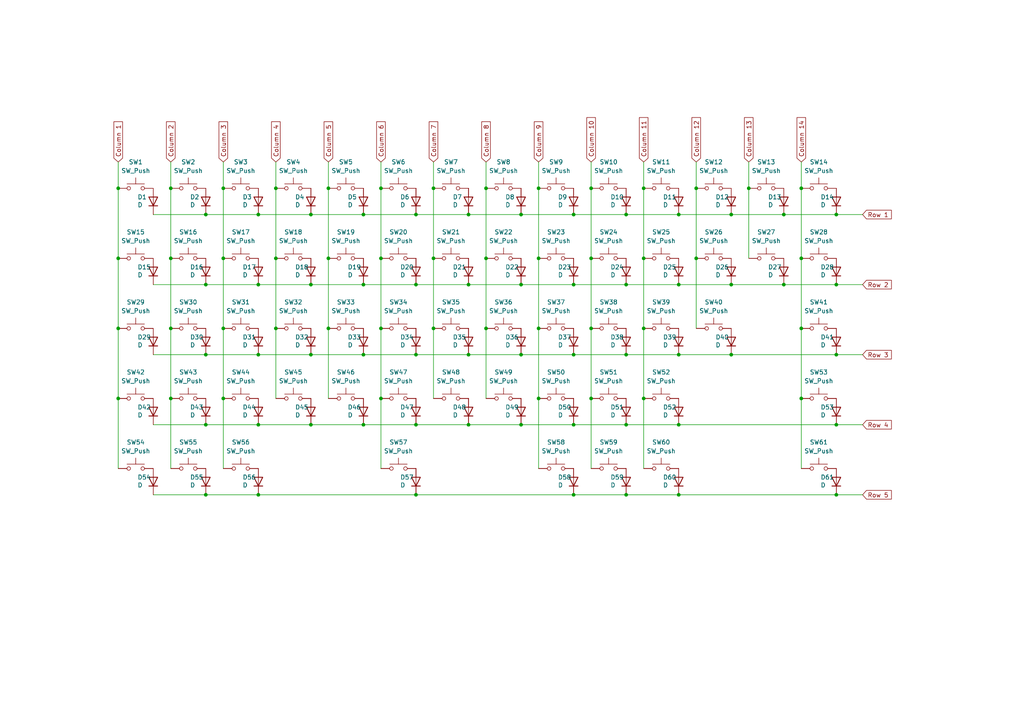
<source format=kicad_sch>
(kicad_sch (version 20250114) (generator "eeschema") (generator_version "9.0")
  (paper "A4")
  (junction (at 196.85 123.19))
  (junction (at 49.53 115.57))
  (junction (at 135.89 62.23))
  (junction (at 34.29 74.93))
  (junction (at 59.69 143.51))
  (junction (at 110.49 54.61))
  (junction (at 120.65 143.51))
  (junction (at 186.69 74.93))
  (junction (at 212.09 102.87))
  (junction (at 171.45 95.25))
  (junction (at 242.57 62.23))
  (junction (at 186.69 54.61))
  (junction (at 80.01 54.61))
  (junction (at 74.93 123.19))
  (junction (at 59.69 102.87))
  (junction (at 34.29 54.61))
  (junction (at 196.85 62.23))
  (junction (at 59.69 82.55))
  (junction (at 105.41 123.19))
  (junction (at 95.25 95.25))
  (junction (at 242.57 143.51))
  (junction (at 120.65 62.23))
  (junction (at 242.57 82.55))
  (junction (at 95.25 54.61))
  (junction (at 110.49 95.25))
  (junction (at 110.49 74.93))
  (junction (at 135.89 123.19))
  (junction (at 80.01 95.25))
  (junction (at 74.93 143.51))
  (junction (at 120.65 82.55))
  (junction (at 125.73 54.61))
  (junction (at 181.61 62.23))
  (junction (at 64.77 74.93))
  (junction (at 125.73 74.93))
  (junction (at 120.65 102.87))
  (junction (at 110.49 115.57))
  (junction (at 90.17 62.23))
  (junction (at 151.13 62.23))
  (junction (at 181.61 82.55))
  (junction (at 151.13 102.87))
  (junction (at 156.21 95.25))
  (junction (at 166.37 82.55))
  (junction (at 201.93 74.93))
  (junction (at 232.41 54.61))
  (junction (at 181.61 102.87))
  (junction (at 34.29 95.25))
  (junction (at 80.01 74.93))
  (junction (at 135.89 82.55))
  (junction (at 242.57 123.19))
  (junction (at 59.69 123.19))
  (junction (at 227.33 62.23))
  (junction (at 181.61 123.19))
  (junction (at 105.41 102.87))
  (junction (at 242.57 102.87))
  (junction (at 120.65 123.19))
  (junction (at 59.69 62.23))
  (junction (at 95.25 74.93))
  (junction (at 181.61 143.51))
  (junction (at 171.45 115.57))
  (junction (at 186.69 95.25))
  (junction (at 201.93 54.61))
  (junction (at 171.45 74.93))
  (junction (at 64.77 115.57))
  (junction (at 156.21 115.57))
  (junction (at 232.41 74.93))
  (junction (at 166.37 62.23))
  (junction (at 90.17 102.87))
  (junction (at 34.29 115.57))
  (junction (at 64.77 54.61))
  (junction (at 186.69 115.57))
  (junction (at 156.21 74.93))
  (junction (at 74.93 62.23))
  (junction (at 166.37 123.19))
  (junction (at 135.89 102.87))
  (junction (at 232.41 95.25))
  (junction (at 171.45 54.61))
  (junction (at 49.53 95.25))
  (junction (at 166.37 102.87))
  (junction (at 140.97 74.93))
  (junction (at 140.97 95.25))
  (junction (at 212.09 82.55))
  (junction (at 166.37 143.51))
  (junction (at 74.93 82.55))
  (junction (at 196.85 143.51))
  (junction (at 105.41 62.23))
  (junction (at 217.17 54.61))
  (junction (at 232.41 115.57))
  (junction (at 227.33 82.55))
  (junction (at 140.97 54.61))
  (junction (at 156.21 54.61))
  (junction (at 212.09 62.23))
  (junction (at 49.53 54.61))
  (junction (at 151.13 123.19))
  (junction (at 90.17 123.19))
  (junction (at 90.17 82.55))
  (junction (at 125.73 95.25))
  (junction (at 196.85 102.87))
  (junction (at 74.93 102.87))
  (junction (at 49.53 74.93))
  (junction (at 196.85 82.55))
  (junction (at 64.77 95.25))
  (junction (at 105.41 82.55))
  (junction (at 151.13 82.55))
  (wire (pts (xy 80.01 74.93) (xy 80.01 95.25)))
  (wire (pts (xy 242.57 143.51) (xy 250.19 143.51)))
  (wire (pts (xy 90.17 82.55) (xy 105.41 82.55)))
  (wire (pts (xy 171.45 54.61) (xy 171.45 74.93)))
  (wire (pts (xy 212.09 82.55) (xy 227.33 82.55)))
  (wire (pts (xy 59.69 82.55) (xy 74.93 82.55)))
  (wire (pts (xy 95.25 46.99) (xy 95.25 54.61)))
  (wire (pts (xy 186.69 74.93) (xy 186.69 95.25)))
  (wire (pts (xy 156.21 74.93) (xy 156.21 95.25)))
  (wire (pts (xy 74.93 102.87) (xy 90.17 102.87)))
  (wire (pts (xy 196.85 123.19) (xy 242.57 123.19)))
  (wire (pts (xy 232.41 46.99) (xy 232.41 54.61)))
  (wire (pts (xy 44.45 102.87) (xy 59.69 102.87)))
  (wire (pts (xy 151.13 62.23) (xy 166.37 62.23)))
  (wire (pts (xy 105.41 62.23) (xy 120.65 62.23)))
  (wire (pts (xy 186.69 115.57) (xy 186.69 135.89)))
  (wire (pts (xy 151.13 102.87) (xy 166.37 102.87)))
  (wire (pts (xy 171.45 46.99) (xy 171.45 54.61)))
  (wire (pts (xy 135.89 102.87) (xy 151.13 102.87)))
  (wire (pts (xy 125.73 95.25) (xy 125.73 115.57)))
  (wire (pts (xy 242.57 62.23) (xy 250.19 62.23)))
  (wire (pts (xy 110.49 74.93) (xy 110.49 95.25)))
  (wire (pts (xy 34.29 46.99) (xy 34.29 54.61)))
  (wire (pts (xy 212.09 62.23) (xy 227.33 62.23)))
  (wire (pts (xy 49.53 115.57) (xy 49.53 135.89)))
  (wire (pts (xy 34.29 95.25) (xy 34.29 115.57)))
  (wire (pts (xy 80.01 95.25) (xy 80.01 115.57)))
  (wire (pts (xy 140.97 54.61) (xy 140.97 74.93)))
  (wire (pts (xy 196.85 62.23) (xy 212.09 62.23)))
  (wire (pts (xy 105.41 102.87) (xy 120.65 102.87)))
  (wire (pts (xy 171.45 74.93) (xy 171.45 95.25)))
  (wire (pts (xy 34.29 54.61) (xy 34.29 74.93)))
  (wire (pts (xy 110.49 95.25) (xy 110.49 115.57)))
  (wire (pts (xy 232.41 74.93) (xy 232.41 95.25)))
  (wire (pts (xy 166.37 102.87) (xy 181.61 102.87)))
  (wire (pts (xy 120.65 102.87) (xy 135.89 102.87)))
  (wire (pts (xy 44.45 62.23) (xy 59.69 62.23)))
  (wire (pts (xy 232.41 95.25) (xy 232.41 115.57)))
  (wire (pts (xy 64.77 115.57) (xy 64.77 135.89)))
  (wire (pts (xy 125.73 46.99) (xy 125.73 54.61)))
  (wire (pts (xy 166.37 143.51) (xy 181.61 143.51)))
  (wire (pts (xy 95.25 95.25) (xy 95.25 115.57)))
  (wire (pts (xy 95.25 54.61) (xy 95.25 74.93)))
  (wire (pts (xy 186.69 46.99) (xy 186.69 54.61)))
  (wire (pts (xy 250.19 123.19) (xy 242.57 123.19)))
  (wire (pts (xy 232.41 54.61) (xy 232.41 74.93)))
  (wire (pts (xy 49.53 54.61) (xy 49.53 74.93)))
  (wire (pts (xy 74.93 123.19) (xy 90.17 123.19)))
  (wire (pts (xy 110.49 46.99) (xy 110.49 54.61)))
  (wire (pts (xy 59.69 143.51) (xy 74.93 143.51)))
  (wire (pts (xy 140.97 95.25) (xy 140.97 115.57)))
  (wire (pts (xy 242.57 143.51) (xy 196.85 143.51)))
  (wire (pts (xy 135.89 62.23) (xy 151.13 62.23)))
  (wire (pts (xy 227.33 62.23) (xy 242.57 62.23)))
  (wire (pts (xy 90.17 102.87) (xy 105.41 102.87)))
  (wire (pts (xy 44.45 82.55) (xy 59.69 82.55)))
  (wire (pts (xy 49.53 46.99) (xy 49.53 54.61)))
  (wire (pts (xy 105.41 123.19) (xy 120.65 123.19)))
  (wire (pts (xy 140.97 74.93) (xy 140.97 95.25)))
  (wire (pts (xy 110.49 115.57) (xy 110.49 135.89)))
  (wire (pts (xy 196.85 102.87) (xy 212.09 102.87)))
  (wire (pts (xy 186.69 54.61) (xy 186.69 74.93)))
  (wire (pts (xy 59.69 62.23) (xy 74.93 62.23)))
  (wire (pts (xy 64.77 95.25) (xy 64.77 115.57)))
  (wire (pts (xy 49.53 74.93) (xy 49.53 95.25)))
  (wire (pts (xy 186.69 95.25) (xy 186.69 115.57)))
  (wire (pts (xy 181.61 62.23) (xy 196.85 62.23)))
  (wire (pts (xy 201.93 54.61) (xy 201.93 74.93)))
  (wire (pts (xy 44.45 143.51) (xy 59.69 143.51)))
  (wire (pts (xy 201.93 46.99) (xy 201.93 54.61)))
  (wire (pts (xy 120.65 143.51) (xy 166.37 143.51)))
  (wire (pts (xy 217.17 54.61) (xy 217.17 74.93)))
  (wire (pts (xy 80.01 46.99) (xy 80.01 54.61)))
  (wire (pts (xy 250.19 102.87) (xy 242.57 102.87)))
  (wire (pts (xy 59.69 102.87) (xy 74.93 102.87)))
  (wire (pts (xy 156.21 95.25) (xy 156.21 115.57)))
  (wire (pts (xy 80.01 54.61) (xy 80.01 74.93)))
  (wire (pts (xy 181.61 143.51) (xy 196.85 143.51)))
  (wire (pts (xy 120.65 123.19) (xy 135.89 123.19)))
  (wire (pts (xy 64.77 74.93) (xy 64.77 95.25)))
  (wire (pts (xy 217.17 46.99) (xy 217.17 54.61)))
  (wire (pts (xy 250.19 82.55) (xy 242.57 82.55)))
  (wire (pts (xy 59.69 123.19) (xy 74.93 123.19)))
  (wire (pts (xy 181.61 123.19) (xy 196.85 123.19)))
  (wire (pts (xy 49.53 95.25) (xy 49.53 115.57)))
  (wire (pts (xy 171.45 95.25) (xy 171.45 115.57)))
  (wire (pts (xy 120.65 62.23) (xy 135.89 62.23)))
  (wire (pts (xy 201.93 74.93) (xy 201.93 95.25)))
  (wire (pts (xy 64.77 46.99) (xy 64.77 54.61)))
  (wire (pts (xy 166.37 123.19) (xy 181.61 123.19)))
  (wire (pts (xy 95.25 74.93) (xy 95.25 95.25)))
  (wire (pts (xy 156.21 46.99) (xy 156.21 54.61)))
  (wire (pts (xy 135.89 82.55) (xy 151.13 82.55)))
  (wire (pts (xy 212.09 102.87) (xy 242.57 102.87)))
  (wire (pts (xy 44.45 123.19) (xy 59.69 123.19)))
  (wire (pts (xy 166.37 62.23) (xy 181.61 62.23)))
  (wire (pts (xy 181.61 82.55) (xy 196.85 82.55)))
  (wire (pts (xy 34.29 74.93) (xy 34.29 95.25)))
  (wire (pts (xy 125.73 74.93) (xy 125.73 95.25)))
  (wire (pts (xy 90.17 123.19) (xy 105.41 123.19)))
  (wire (pts (xy 156.21 54.61) (xy 156.21 74.93)))
  (wire (pts (xy 110.49 54.61) (xy 110.49 74.93)))
  (wire (pts (xy 140.97 46.99) (xy 140.97 54.61)))
  (wire (pts (xy 125.73 54.61) (xy 125.73 74.93)))
  (wire (pts (xy 74.93 82.55) (xy 90.17 82.55)))
  (wire (pts (xy 181.61 102.87) (xy 196.85 102.87)))
  (wire (pts (xy 90.17 62.23) (xy 105.41 62.23)))
  (wire (pts (xy 151.13 82.55) (xy 166.37 82.55)))
  (wire (pts (xy 156.21 115.57) (xy 156.21 135.89)))
  (wire (pts (xy 171.45 115.57) (xy 171.45 135.89)))
  (wire (pts (xy 120.65 82.55) (xy 135.89 82.55)))
  (wire (pts (xy 151.13 123.19) (xy 166.37 123.19)))
  (wire (pts (xy 135.89 123.19) (xy 151.13 123.19)))
  (wire (pts (xy 74.93 62.23) (xy 90.17 62.23)))
  (wire (pts (xy 227.33 82.55) (xy 242.57 82.55)))
  (wire (pts (xy 105.41 82.55) (xy 120.65 82.55)))
  (wire (pts (xy 166.37 82.55) (xy 181.61 82.55)))
  (wire (pts (xy 74.93 143.51) (xy 120.65 143.51)))
  (wire (pts (xy 34.29 115.57) (xy 34.29 135.89)))
  (wire (pts (xy 232.41 115.57) (xy 232.41 135.89)))
  (wire (pts (xy 196.85 82.55) (xy 212.09 82.55)))
  (wire (pts (xy 64.77 54.61) (xy 64.77 74.93)))
  (global_label "Row 5" (shape input) (at 250.19 143.51 0) (property "Intersheetrefs" "${INTERSHEET_REFS}" (effects (hide yes))))
  (global_label "Column 14" (shape input) (at 232.41 46.99 90) (property "Intersheetrefs" "${INTERSHEET_REFS}" (effects (hide yes))))
  (global_label "Column 10" (shape input) (at 171.45 46.99 90) (property "Intersheetrefs" "${INTERSHEET_REFS}" (effects (hide yes))))
  (global_label "Column 7" (shape input) (at 125.73 46.99 90) (property "Intersheetrefs" "${INTERSHEET_REFS}" (effects (hide yes))))
  (global_label "Column 6" (shape input) (at 110.49 46.99 90) (property "Intersheetrefs" "${INTERSHEET_REFS}" (effects (hide yes))))
  (global_label "Row 2" (shape input) (at 250.19 82.55 0) (property "Intersheetrefs" "${INTERSHEET_REFS}" (effects (hide yes))))
  (global_label "Column 3" (shape input) (at 64.77 46.99 90) (property "Intersheetrefs" "${INTERSHEET_REFS}" (effects (hide yes))))
  (global_label "Column 13" (shape input) (at 217.17 46.99 90) (property "Intersheetrefs" "${INTERSHEET_REFS}" (effects (hide yes))))
  (global_label "Column 12" (shape input) (at 201.93 46.99 90) (property "Intersheetrefs" "${INTERSHEET_REFS}" (effects (hide yes))))
  (global_label "Row 4" (shape input) (at 250.19 123.19 0) (property "Intersheetrefs" "${INTERSHEET_REFS}" (effects (hide yes))))
  (global_label "Row 3" (shape input) (at 250.19 102.87 0) (property "Intersheetrefs" "${INTERSHEET_REFS}" (effects (hide yes))))
  (global_label "Column 1" (shape input) (at 34.29 46.99 90) (property "Intersheetrefs" "${INTERSHEET_REFS}" (effects (hide yes))))
  (global_label "Column 11" (shape input) (at 186.69 46.99 90) (property "Intersheetrefs" "${INTERSHEET_REFS}" (effects (hide yes))))
  (global_label "Column 5" (shape input) (at 95.25 46.99 90) (property "Intersheetrefs" "${INTERSHEET_REFS}" (effects (hide yes))))
  (global_label "Column 8" (shape input) (at 140.97 46.99 90) (property "Intersheetrefs" "${INTERSHEET_REFS}" (effects (hide yes))))
  (global_label "Row 1" (shape input) (at 250.19 62.23 0) (property "Intersheetrefs" "${INTERSHEET_REFS}" (effects (hide yes))))
  (global_label "Column 4" (shape input) (at 80.01 46.99 90) (property "Intersheetrefs" "${INTERSHEET_REFS}" (effects (hide yes))))
  (global_label "Column 2" (shape input) (at 49.53 46.99 90) (property "Intersheetrefs" "${INTERSHEET_REFS}" (effects (hide yes))))
  (global_label "Column 9" (shape input) (at 156.21 46.99 90) (property "Intersheetrefs" "${INTERSHEET_REFS}" (effects (hide yes))))
  (symbol (lib_id "Device:D") (at 181.61 119.38 90) (unit 1)
    (property "Reference" "D51" (at 177.038 118.11 90) (effects (justify right)))
    (property "Value" "D" (at 177.038 120.396 90) (effects (justify right)))
    (property "Footprint" "Diode_SMD:D_0402_1005Metric" (effects (hide yes)))
    (property "Description" "Diode" (effects (hide yes)))
    (property "Sim.Device" "D" (effects (hide yes)))
    (property "Sim.Pins" "1=K 2=A" (effects (hide yes)))
  )
  (symbol (lib_id "Switch:SW_Push") (at 161.29 54.61 0) (unit 1)
    (property "Reference" "SW9" (at 161.29 46.99 0))
    (property "Value" "SW_Push" (at 161.29 49.53 0))
    (property "Footprint" "PCM_Switch_Keyboard_Cherry_MX:SW_Cherry_MX_PCB_1.00u" (effects (hide yes)))
    (property "Description" "Push button switch, generic, two pins" (effects (hide yes)))
  )
  (symbol (lib_id "Device:D") (at 44.45 119.38 90) (unit 1)
    (property "Reference" "D42" (at 39.878 118.11 90) (effects (justify right)))
    (property "Value" "D" (at 39.878 120.396 90) (effects (justify right)))
    (property "Footprint" "Diode_SMD:D_0402_1005Metric" (effects (hide yes)))
    (property "Description" "Diode" (effects (hide yes)))
    (property "Sim.Device" "D" (effects (hide yes)))
    (property "Sim.Pins" "1=K 2=A" (effects (hide yes)))
  )
  (symbol (lib_id "Switch:SW_Push") (at 207.01 95.25 0) (unit 1)
    (property "Reference" "SW40" (at 207.01 87.63 0))
    (property "Value" "SW_Push" (at 207.01 90.17 0))
    (property "Footprint" "PCM_Switch_Keyboard_Cherry_MX:SW_Cherry_MX_PCB_1.00u" (effects (hide yes)))
    (property "Description" "Push button switch, generic, two pins" (effects (hide yes)))
  )
  (symbol (lib_id "Switch:SW_Push") (at 237.49 135.89 0) (unit 1)
    (property "Reference" "SW61" (at 237.49 128.27 0))
    (property "Value" "SW_Push" (at 237.49 130.81 0))
    (property "Footprint" "PCM_Switch_Keyboard_Cherry_MX:SW_Cherry_MX_PCB_1.25u" (effects (hide yes)))
    (property "Description" "Push button switch, generic, two pins" (effects (hide yes)))
  )
  (symbol (lib_id "Switch:SW_Push") (at 130.81 54.61 0) (unit 1)
    (property "Reference" "SW7" (at 130.81 46.99 0))
    (property "Value" "SW_Push" (at 130.81 49.53 0))
    (property "Footprint" "PCM_Switch_Keyboard_Cherry_MX:SW_Cherry_MX_PCB_1.00u" (effects (hide yes)))
    (property "Description" "Push button switch, generic, two pins" (effects (hide yes)))
  )
  (symbol (lib_id "Device:D") (at 227.33 78.74 90) (unit 1)
    (property "Reference" "D27" (at 222.758 77.47 90) (effects (justify right)))
    (property "Value" "D" (at 222.758 79.756 90) (effects (justify right)))
    (property "Footprint" "Diode_SMD:D_0402_1005Metric" (effects (hide yes)))
    (property "Description" "Diode" (effects (hide yes)))
    (property "Sim.Device" "D" (effects (hide yes)))
    (property "Sim.Pins" "1=K 2=A" (effects (hide yes)))
  )
  (symbol (lib_id "Device:D") (at 212.09 58.42 90) (unit 1)
    (property "Reference" "D12" (at 207.518 57.15 90) (effects (justify right)))
    (property "Value" "D" (at 207.518 59.436 90) (effects (justify right)))
    (property "Footprint" "Diode_SMD:D_0402_1005Metric" (effects (hide yes)))
    (property "Description" "Diode" (effects (hide yes)))
    (property "Sim.Device" "D" (effects (hide yes)))
    (property "Sim.Pins" "1=K 2=A" (effects (hide yes)))
  )
  (symbol (lib_id "Switch:SW_Push") (at 191.77 74.93 0) (unit 1)
    (property "Reference" "SW25" (at 191.77 67.31 0))
    (property "Value" "SW_Push" (at 191.77 69.85 0))
    (property "Footprint" "PCM_Switch_Keyboard_Cherry_MX:SW_Cherry_MX_PCB_1.00u" (effects (hide yes)))
    (property "Description" "Push button switch, generic, two pins" (effects (hide yes)))
  )
  (symbol (lib_id "Device:D") (at 166.37 58.42 90) (unit 1)
    (property "Reference" "D9" (at 161.798 57.15 90) (effects (justify right)))
    (property "Value" "D" (at 161.798 59.436 90) (effects (justify right)))
    (property "Footprint" "Diode_SMD:D_0402_1005Metric" (effects (hide yes)))
    (property "Description" "Diode" (effects (hide yes)))
    (property "Sim.Device" "D" (effects (hide yes)))
    (property "Sim.Pins" "1=K 2=A" (effects (hide yes)))
  )
  (symbol (lib_id "Device:D") (at 44.45 78.74 90) (unit 1)
    (property "Reference" "D15" (at 39.878 77.47 90) (effects (justify right)))
    (property "Value" "D" (at 39.878 79.756 90) (effects (justify right)))
    (property "Footprint" "Diode_SMD:D_0402_1005Metric" (effects (hide yes)))
    (property "Description" "Diode" (effects (hide yes)))
    (property "Sim.Device" "D" (effects (hide yes)))
    (property "Sim.Pins" "1=K 2=A" (effects (hide yes)))
  )
  (symbol (lib_id "Device:D") (at 90.17 119.38 90) (unit 1)
    (property "Reference" "D45" (at 85.598 118.11 90) (effects (justify right)))
    (property "Value" "D" (at 85.598 120.396 90) (effects (justify right)))
    (property "Footprint" "Diode_SMD:D_0402_1005Metric" (effects (hide yes)))
    (property "Description" "Diode" (effects (hide yes)))
    (property "Sim.Device" "D" (effects (hide yes)))
    (property "Sim.Pins" "1=K 2=A" (effects (hide yes)))
  )
  (symbol (lib_id "Switch:SW_Push") (at 191.77 54.61 0) (unit 1)
    (property "Reference" "SW11" (at 191.77 46.99 0))
    (property "Value" "SW_Push" (at 191.77 49.53 0))
    (property "Footprint" "PCM_Switch_Keyboard_Cherry_MX:SW_Cherry_MX_PCB_1.00u" (effects (hide yes)))
    (property "Description" "Push button switch, generic, two pins" (effects (hide yes)))
  )
  (symbol (lib_id "Switch:SW_Push") (at 191.77 95.25 0) (unit 1)
    (property "Reference" "SW39" (at 191.77 87.63 0))
    (property "Value" "SW_Push" (at 191.77 90.17 0))
    (property "Footprint" "PCM_Switch_Keyboard_Cherry_MX:SW_Cherry_MX_PCB_1.00u" (effects (hide yes)))
    (property "Description" "Push button switch, generic, two pins" (effects (hide yes)))
  )
  (symbol (lib_id "Switch:SW_Push") (at 54.61 54.61 0) (unit 1)
    (property "Reference" "SW2" (at 54.61 46.99 0))
    (property "Value" "SW_Push" (at 54.61 49.53 0))
    (property "Footprint" "PCM_Switch_Keyboard_Cherry_MX:SW_Cherry_MX_PCB_1.00u" (effects (hide yes)))
    (property "Description" "Push button switch, generic, two pins" (effects (hide yes)))
  )
  (symbol (lib_id "Switch:SW_Push") (at 115.57 135.89 0) (unit 1)
    (property "Reference" "SW57" (at 115.57 128.27 0))
    (property "Value" "SW_Push" (at 115.57 130.81 0))
    (property "Footprint" "PCM_Switch_Keyboard_Cherry_MX:SW_Cherry_MX_PCB_6.25u" (effects (hide yes)))
    (property "Description" "Push button switch, generic, two pins" (effects (hide yes)))
  )
  (symbol (lib_id "Device:D") (at 59.69 78.74 90) (unit 1)
    (property "Reference" "D16" (at 55.118 77.47 90) (effects (justify right)))
    (property "Value" "D" (at 55.118 79.756 90) (effects (justify right)))
    (property "Footprint" "Diode_SMD:D_0402_1005Metric" (effects (hide yes)))
    (property "Description" "Diode" (effects (hide yes)))
    (property "Sim.Device" "D" (effects (hide yes)))
    (property "Sim.Pins" "1=K 2=A" (effects (hide yes)))
  )
  (symbol (lib_id "Switch:SW_Push") (at 237.49 115.57 0) (unit 1)
    (property "Reference" "SW53" (at 237.49 107.95 0))
    (property "Value" "SW_Push" (at 237.49 110.49 0))
    (property "Footprint" "PCM_Switch_Keyboard_Cherry_MX:SW_Cherry_MX_PCB_2.75u" (effects (hide yes)))
    (property "Description" "Push button switch, generic, two pins" (effects (hide yes)))
  )
  (symbol (lib_id "Device:D") (at 212.09 78.74 90) (unit 1)
    (property "Reference" "D26" (at 207.518 77.47 90) (effects (justify right)))
    (property "Value" "D" (at 207.518 79.756 90) (effects (justify right)))
    (property "Footprint" "Diode_SMD:D_0402_1005Metric" (effects (hide yes)))
    (property "Description" "Diode" (effects (hide yes)))
    (property "Sim.Device" "D" (effects (hide yes)))
    (property "Sim.Pins" "1=K 2=A" (effects (hide yes)))
  )
  (symbol (lib_id "Device:D") (at 105.41 119.38 90) (unit 1)
    (property "Reference" "D46" (at 100.838 118.11 90) (effects (justify right)))
    (property "Value" "D" (at 100.838 120.396 90) (effects (justify right)))
    (property "Footprint" "Diode_SMD:D_0402_1005Metric" (effects (hide yes)))
    (property "Description" "Diode" (effects (hide yes)))
    (property "Sim.Device" "D" (effects (hide yes)))
    (property "Sim.Pins" "1=K 2=A" (effects (hide yes)))
  )
  (symbol (lib_id "Device:D") (at 135.89 58.42 90) (unit 1)
    (property "Reference" "D7" (at 131.318 57.15 90) (effects (justify right)))
    (property "Value" "D" (at 131.318 59.436 90) (effects (justify right)))
    (property "Footprint" "Diode_SMD:D_0402_1005Metric" (effects (hide yes)))
    (property "Description" "Diode" (effects (hide yes)))
    (property "Sim.Device" "D" (effects (hide yes)))
    (property "Sim.Pins" "1=K 2=A" (effects (hide yes)))
  )
  (symbol (lib_id "Device:D") (at 181.61 78.74 90) (unit 1)
    (property "Reference" "D24" (at 177.038 77.47 90) (effects (justify right)))
    (property "Value" "D" (at 177.038 79.756 90) (effects (justify right)))
    (property "Footprint" "Diode_SMD:D_0402_1005Metric" (effects (hide yes)))
    (property "Description" "Diode" (effects (hide yes)))
    (property "Sim.Device" "D" (effects (hide yes)))
    (property "Sim.Pins" "1=K 2=A" (effects (hide yes)))
  )
  (symbol (lib_id "Switch:SW_Push") (at 237.49 74.93 0) (unit 1)
    (property "Reference" "SW28" (at 237.49 67.31 0))
    (property "Value" "SW_Push" (at 237.49 69.85 0))
    (property "Footprint" "PCM_Switch_Keyboard_Cherry_MX:SW_Cherry_MX_PCB_1.50u" (effects (hide yes)))
    (property "Description" "Push button switch, generic, two pins" (effects (hide yes)))
  )
  (symbol (lib_id "Switch:SW_Push") (at 39.37 95.25 0) (unit 1)
    (property "Reference" "SW29" (at 39.37 87.63 0))
    (property "Value" "SW_Push" (at 39.37 90.17 0))
    (property "Footprint" "PCM_Switch_Keyboard_Cherry_MX:SW_Cherry_MX_PCB_1.75u" (effects (hide yes)))
    (property "Description" "Push button switch, generic, two pins" (effects (hide yes)))
  )
  (symbol (lib_id "Device:D") (at 105.41 78.74 90) (unit 1)
    (property "Reference" "D19" (at 100.838 77.47 90) (effects (justify right)))
    (property "Value" "D" (at 100.838 79.756 90) (effects (justify right)))
    (property "Footprint" "Diode_SMD:D_0402_1005Metric" (effects (hide yes)))
    (property "Description" "Diode" (effects (hide yes)))
    (property "Sim.Device" "D" (effects (hide yes)))
    (property "Sim.Pins" "1=K 2=A" (effects (hide yes)))
  )
  (symbol (lib_id "Switch:SW_Push") (at 85.09 54.61 0) (unit 1)
    (property "Reference" "SW4" (at 85.09 46.99 0))
    (property "Value" "SW_Push" (at 85.09 49.53 0))
    (property "Footprint" "PCM_Switch_Keyboard_Cherry_MX:SW_Cherry_MX_PCB_1.00u" (effects (hide yes)))
    (property "Description" "Push button switch, generic, two pins" (effects (hide yes)))
  )
  (symbol (lib_id "Device:D") (at 74.93 78.74 90) (unit 1)
    (property "Reference" "D17" (at 70.358 77.47 90) (effects (justify right)))
    (property "Value" "D" (at 70.358 79.756 90) (effects (justify right)))
    (property "Footprint" "Diode_SMD:D_0402_1005Metric" (effects (hide yes)))
    (property "Description" "Diode" (effects (hide yes)))
    (property "Sim.Device" "D" (effects (hide yes)))
    (property "Sim.Pins" "1=K 2=A" (effects (hide yes)))
  )
  (symbol (lib_id "Switch:SW_Push") (at 191.77 135.89 0) (unit 1)
    (property "Reference" "SW60" (at 191.77 128.27 0))
    (property "Value" "SW_Push" (at 191.77 130.81 0))
    (property "Footprint" "PCM_Switch_Keyboard_Cherry_MX:SW_Cherry_MX_PCB_1.25u" (effects (hide yes)))
    (property "Description" "Push button switch, generic, two pins" (effects (hide yes)))
  )
  (symbol (lib_id "Switch:SW_Push") (at 191.77 115.57 0) (unit 1)
    (property "Reference" "SW52" (at 191.77 107.95 0))
    (property "Value" "SW_Push" (at 191.77 110.49 0))
    (property "Footprint" "PCM_Switch_Keyboard_Cherry_MX:SW_Cherry_MX_PCB_1.00u" (effects (hide yes)))
    (property "Description" "Push button switch, generic, two pins" (effects (hide yes)))
  )
  (symbol (lib_id "Switch:SW_Push") (at 39.37 54.61 0) (unit 1)
    (property "Reference" "SW1" (at 39.37 46.99 0))
    (property "Value" "SW_Push" (at 39.37 49.53 0))
    (property "Footprint" "PCM_Switch_Keyboard_Cherry_MX:SW_Cherry_MX_PCB_1.00u" (effects (hide yes)))
    (property "Description" "Push button switch, generic, two pins" (effects (hide yes)))
  )
  (symbol (lib_id "Device:D") (at 196.85 139.7 90) (unit 1)
    (property "Reference" "D60" (at 192.278 138.43 90) (effects (justify right)))
    (property "Value" "D" (at 192.278 140.716 90) (effects (justify right)))
    (property "Footprint" "Diode_SMD:D_0402_1005Metric" (effects (hide yes)))
    (property "Description" "Diode" (effects (hide yes)))
    (property "Sim.Device" "D" (effects (hide yes)))
    (property "Sim.Pins" "1=K 2=A" (effects (hide yes)))
  )
  (symbol (lib_id "Switch:SW_Push") (at 115.57 115.57 0) (unit 1)
    (property "Reference" "SW47" (at 115.57 107.95 0))
    (property "Value" "SW_Push" (at 115.57 110.49 0))
    (property "Footprint" "PCM_Switch_Keyboard_Cherry_MX:SW_Cherry_MX_PCB_1.00u" (effects (hide yes)))
    (property "Description" "Push button switch, generic, two pins" (effects (hide yes)))
  )
  (symbol (lib_id "Device:D") (at 120.65 99.06 90) (unit 1)
    (property "Reference" "D34" (at 116.078 97.79 90) (effects (justify right)))
    (property "Value" "D" (at 116.078 100.076 90) (effects (justify right)))
    (property "Footprint" "Diode_SMD:D_0402_1005Metric" (effects (hide yes)))
    (property "Description" "Diode" (effects (hide yes)))
    (property "Sim.Device" "D" (effects (hide yes)))
    (property "Sim.Pins" "1=K 2=A" (effects (hide yes)))
  )
  (symbol (lib_id "Device:D") (at 181.61 58.42 90) (unit 1)
    (property "Reference" "D10" (at 177.038 57.15 90) (effects (justify right)))
    (property "Value" "D" (at 177.038 59.436 90) (effects (justify right)))
    (property "Footprint" "Diode_SMD:D_0402_1005Metric" (effects (hide yes)))
    (property "Description" "Diode" (effects (hide yes)))
    (property "Sim.Device" "D" (effects (hide yes)))
    (property "Sim.Pins" "1=K 2=A" (effects (hide yes)))
  )
  (symbol (lib_id "Switch:SW_Push") (at 69.85 74.93 0) (unit 1)
    (property "Reference" "SW17" (at 69.85 67.31 0))
    (property "Value" "SW_Push" (at 69.85 69.85 0))
    (property "Footprint" "PCM_Switch_Keyboard_Cherry_MX:SW_Cherry_MX_PCB_1.00u" (effects (hide yes)))
    (property "Description" "Push button switch, generic, two pins" (effects (hide yes)))
  )
  (symbol (lib_id "Device:D") (at 90.17 99.06 90) (unit 1)
    (property "Reference" "D32" (at 85.598 97.79 90) (effects (justify right)))
    (property "Value" "D" (at 85.598 100.076 90) (effects (justify right)))
    (property "Footprint" "Diode_SMD:D_0402_1005Metric" (effects (hide yes)))
    (property "Description" "Diode" (effects (hide yes)))
    (property "Sim.Device" "D" (effects (hide yes)))
    (property "Sim.Pins" "1=K 2=A" (effects (hide yes)))
  )
  (symbol (lib_id "Switch:SW_Push") (at 207.01 54.61 0) (unit 1)
    (property "Reference" "SW12" (at 207.01 46.99 0))
    (property "Value" "SW_Push" (at 207.01 49.53 0))
    (property "Footprint" "PCM_Switch_Keyboard_Cherry_MX:SW_Cherry_MX_PCB_1.00u" (effects (hide yes)))
    (property "Description" "Push button switch, generic, two pins" (effects (hide yes)))
  )
  (symbol (lib_id "Switch:SW_Push") (at 115.57 95.25 0) (unit 1)
    (property "Reference" "SW34" (at 115.57 87.63 0))
    (property "Value" "SW_Push" (at 115.57 90.17 0))
    (property "Footprint" "PCM_Switch_Keyboard_Cherry_MX:SW_Cherry_MX_PCB_1.00u" (effects (hide yes)))
    (property "Description" "Push button switch, generic, two pins" (effects (hide yes)))
  )
  (symbol (lib_id "Switch:SW_Push") (at 85.09 74.93 0) (unit 1)
    (property "Reference" "SW18" (at 85.09 67.31 0))
    (property "Value" "SW_Push" (at 85.09 69.85 0))
    (property "Footprint" "PCM_Switch_Keyboard_Cherry_MX:SW_Cherry_MX_PCB_1.00u" (effects (hide yes)))
    (property "Description" "Push button switch, generic, two pins" (effects (hide yes)))
  )
  (symbol (lib_id "Switch:SW_Push") (at 69.85 115.57 0) (unit 1)
    (property "Reference" "SW44" (at 69.85 107.95 0))
    (property "Value" "SW_Push" (at 69.85 110.49 0))
    (property "Footprint" "PCM_Switch_Keyboard_Cherry_MX:SW_Cherry_MX_PCB_1.00u" (effects (hide yes)))
    (property "Description" "Push button switch, generic, two pins" (effects (hide yes)))
  )
  (symbol (lib_id "Device:D") (at 242.57 78.74 90) (unit 1)
    (property "Reference" "D28" (at 237.998 77.47 90) (effects (justify right)))
    (property "Value" "D" (at 237.998 79.756 90) (effects (justify right)))
    (property "Footprint" "Diode_SMD:D_0402_1005Metric" (effects (hide yes)))
    (property "Description" "Diode" (effects (hide yes)))
    (property "Sim.Device" "D" (effects (hide yes)))
    (property "Sim.Pins" "1=K 2=A" (effects (hide yes)))
  )
  (symbol (lib_id "Device:D") (at 242.57 99.06 90) (unit 1)
    (property "Reference" "D41" (at 237.998 97.79 90) (effects (justify right)))
    (property "Value" "D" (at 237.998 100.076 90) (effects (justify right)))
    (property "Footprint" "Diode_SMD:D_0402_1005Metric" (effects (hide yes)))
    (property "Description" "Diode" (effects (hide yes)))
    (property "Sim.Device" "D" (effects (hide yes)))
    (property "Sim.Pins" "1=K 2=A" (effects (hide yes)))
  )
  (symbol (lib_id "Switch:SW_Push") (at 130.81 115.57 0) (unit 1)
    (property "Reference" "SW48" (at 130.81 107.95 0))
    (property "Value" "SW_Push" (at 130.81 110.49 0))
    (property "Footprint" "PCM_Switch_Keyboard_Cherry_MX:SW_Cherry_MX_PCB_1.00u" (effects (hide yes)))
    (property "Description" "Push button switch, generic, two pins" (effects (hide yes)))
  )
  (symbol (lib_id "Switch:SW_Push") (at 85.09 95.25 0) (unit 1)
    (property "Reference" "SW32" (at 85.09 87.63 0))
    (property "Value" "SW_Push" (at 85.09 90.17 0))
    (property "Footprint" "PCM_Switch_Keyboard_Cherry_MX:SW_Cherry_MX_PCB_1.00u" (effects (hide yes)))
    (property "Description" "Push button switch, generic, two pins" (effects (hide yes)))
  )
  (symbol (lib_id "Switch:SW_Push") (at 100.33 95.25 0) (unit 1)
    (property "Reference" "SW33" (at 100.33 87.63 0))
    (property "Value" "SW_Push" (at 100.33 90.17 0))
    (property "Footprint" "PCM_Switch_Keyboard_Cherry_MX:SW_Cherry_MX_PCB_1.00u" (effects (hide yes)))
    (property "Description" "Push button switch, generic, two pins" (effects (hide yes)))
  )
  (symbol (lib_id "Device:D") (at 166.37 119.38 90) (unit 1)
    (property "Reference" "D50" (at 161.798 118.11 90) (effects (justify right)))
    (property "Value" "D" (at 161.798 120.396 90) (effects (justify right)))
    (property "Footprint" "Diode_SMD:D_0402_1005Metric" (effects (hide yes)))
    (property "Description" "Diode" (effects (hide yes)))
    (property "Sim.Device" "D" (effects (hide yes)))
    (property "Sim.Pins" "1=K 2=A" (effects (hide yes)))
  )
  (symbol (lib_id "Switch:SW_Push") (at 161.29 115.57 0) (unit 1)
    (property "Reference" "SW50" (at 161.29 107.95 0))
    (property "Value" "SW_Push" (at 161.29 110.49 0))
    (property "Footprint" "PCM_Switch_Keyboard_Cherry_MX:SW_Cherry_MX_PCB_1.00u" (effects (hide yes)))
    (property "Description" "Push button switch, generic, two pins" (effects (hide yes)))
  )
  (symbol (lib_id "Device:D") (at 74.93 99.06 90) (unit 1)
    (property "Reference" "D31" (at 70.358 97.79 90) (effects (justify right)))
    (property "Value" "D" (at 70.358 100.076 90) (effects (justify right)))
    (property "Footprint" "Diode_SMD:D_0402_1005Metric" (effects (hide yes)))
    (property "Description" "Diode" (effects (hide yes)))
    (property "Sim.Device" "D" (effects (hide yes)))
    (property "Sim.Pins" "1=K 2=A" (effects (hide yes)))
  )
  (symbol (lib_id "Device:D") (at 151.13 99.06 90) (unit 1)
    (property "Reference" "D36" (at 146.558 97.79 90) (effects (justify right)))
    (property "Value" "D" (at 146.558 100.076 90) (effects (justify right)))
    (property "Footprint" "Diode_SMD:D_0402_1005Metric" (effects (hide yes)))
    (property "Description" "Diode" (effects (hide yes)))
    (property "Sim.Device" "D" (effects (hide yes)))
    (property "Sim.Pins" "1=K 2=A" (effects (hide yes)))
  )
  (symbol (lib_id "Switch:SW_Push") (at 115.57 74.93 0) (unit 1)
    (property "Reference" "SW20" (at 115.57 67.31 0))
    (property "Value" "SW_Push" (at 115.57 69.85 0))
    (property "Footprint" "PCM_Switch_Keyboard_Cherry_MX:SW_Cherry_MX_PCB_1.00u" (effects (hide yes)))
    (property "Description" "Push button switch, generic, two pins" (effects (hide yes)))
  )
  (symbol (lib_id "Switch:SW_Push") (at 207.01 74.93 0) (unit 1)
    (property "Reference" "SW26" (at 207.01 67.31 0))
    (property "Value" "SW_Push" (at 207.01 69.85 0))
    (property "Footprint" "PCM_Switch_Keyboard_Cherry_MX:SW_Cherry_MX_PCB_1.00u" (effects (hide yes)))
    (property "Description" "Push button switch, generic, two pins" (effects (hide yes)))
  )
  (symbol (lib_id "Device:D") (at 59.69 139.7 90) (unit 1)
    (property "Reference" "D55" (at 55.118 138.43 90) (effects (justify right)))
    (property "Value" "D" (at 55.118 140.716 90) (effects (justify right)))
    (property "Footprint" "Diode_SMD:D_0402_1005Metric" (effects (hide yes)))
    (property "Description" "Diode" (effects (hide yes)))
    (property "Sim.Device" "D" (effects (hide yes)))
    (property "Sim.Pins" "1=K 2=A" (effects (hide yes)))
  )
  (symbol (lib_id "Device:D") (at 151.13 58.42 90) (unit 1)
    (property "Reference" "D8" (at 146.558 57.15 90) (effects (justify right)))
    (property "Value" "D" (at 146.558 59.436 90) (effects (justify right)))
    (property "Footprint" "Diode_SMD:D_0402_1005Metric" (effects (hide yes)))
    (property "Description" "Diode" (effects (hide yes)))
    (property "Sim.Device" "D" (effects (hide yes)))
    (property "Sim.Pins" "1=K 2=A" (effects (hide yes)))
  )
  (symbol (lib_id "Switch:SW_Push") (at 100.33 54.61 0) (unit 1)
    (property "Reference" "SW5" (at 100.33 46.99 0))
    (property "Value" "SW_Push" (at 100.33 49.53 0))
    (property "Footprint" "PCM_Switch_Keyboard_Cherry_MX:SW_Cherry_MX_PCB_1.00u" (effects (hide yes)))
    (property "Description" "Push button switch, generic, two pins" (effects (hide yes)))
  )
  (symbol (lib_id "Device:D") (at 135.89 119.38 90) (unit 1)
    (property "Reference" "D48" (at 131.318 118.11 90) (effects (justify right)))
    (property "Value" "D" (at 131.318 120.396 90) (effects (justify right)))
    (property "Footprint" "Diode_SMD:D_0402_1005Metric" (effects (hide yes)))
    (property "Description" "Diode" (effects (hide yes)))
    (property "Sim.Device" "D" (effects (hide yes)))
    (property "Sim.Pins" "1=K 2=A" (effects (hide yes)))
  )
  (symbol (lib_id "Switch:SW_Push") (at 161.29 135.89 0) (unit 1)
    (property "Reference" "SW58" (at 161.29 128.27 0))
    (property "Value" "SW_Push" (at 161.29 130.81 0))
    (property "Footprint" "PCM_Switch_Keyboard_Cherry_MX:SW_Cherry_MX_PCB_1.25u" (effects (hide yes)))
    (property "Description" "Push button switch, generic, two pins" (effects (hide yes)))
  )
  (symbol (lib_id "Device:D") (at 196.85 78.74 90) (unit 1)
    (property "Reference" "D25" (at 192.278 77.47 90) (effects (justify right)))
    (property "Value" "D" (at 192.278 79.756 90) (effects (justify right)))
    (property "Footprint" "Diode_SMD:D_0402_1005Metric" (effects (hide yes)))
    (property "Description" "Diode" (effects (hide yes)))
    (property "Sim.Device" "D" (effects (hide yes)))
    (property "Sim.Pins" "1=K 2=A" (effects (hide yes)))
  )
  (symbol (lib_id "Switch:SW_Push") (at 176.53 74.93 0) (unit 1)
    (property "Reference" "SW24" (at 176.53 67.31 0))
    (property "Value" "SW_Push" (at 176.53 69.85 0))
    (property "Footprint" "PCM_Switch_Keyboard_Cherry_MX:SW_Cherry_MX_PCB_1.00u" (effects (hide yes)))
    (property "Description" "Push button switch, generic, two pins" (effects (hide yes)))
  )
  (symbol (lib_id "Device:D") (at 151.13 119.38 90) (unit 1)
    (property "Reference" "D49" (at 146.558 118.11 90) (effects (justify right)))
    (property "Value" "D" (at 146.558 120.396 90) (effects (justify right)))
    (property "Footprint" "Diode_SMD:D_0402_1005Metric" (effects (hide yes)))
    (property "Description" "Diode" (effects (hide yes)))
    (property "Sim.Device" "D" (effects (hide yes)))
    (property "Sim.Pins" "1=K 2=A" (effects (hide yes)))
  )
  (symbol (lib_id "Switch:SW_Push") (at 69.85 95.25 0) (unit 1)
    (property "Reference" "SW31" (at 69.85 87.63 0))
    (property "Value" "SW_Push" (at 69.85 90.17 0))
    (property "Footprint" "PCM_Switch_Keyboard_Cherry_MX:SW_Cherry_MX_PCB_1.00u" (effects (hide yes)))
    (property "Description" "Push button switch, generic, two pins" (effects (hide yes)))
  )
  (symbol (lib_id "Device:D") (at 120.65 139.7 90) (unit 1)
    (property "Reference" "D57" (at 116.078 138.43 90) (effects (justify right)))
    (property "Value" "D" (at 116.078 140.716 90) (effects (justify right)))
    (property "Footprint" "Diode_SMD:D_0402_1005Metric" (effects (hide yes)))
    (property "Description" "Diode" (effects (hide yes)))
    (property "Sim.Device" "D" (effects (hide yes)))
    (property "Sim.Pins" "1=K 2=A" (effects (hide yes)))
  )
  (symbol (lib_id "Device:D") (at 242.57 119.38 90) (unit 1)
    (property "Reference" "D53" (at 237.998 118.11 90) (effects (justify right)))
    (property "Value" "D" (at 237.998 120.396 90) (effects (justify right)))
    (property "Footprint" "Diode_SMD:D_0402_1005Metric" (effects (hide yes)))
    (property "Description" "Diode" (effects (hide yes)))
    (property "Sim.Device" "D" (effects (hide yes)))
    (property "Sim.Pins" "1=K 2=A" (effects (hide yes)))
  )
  (symbol (lib_id "Device:D") (at 166.37 78.74 90) (unit 1)
    (property "Reference" "D23" (at 161.798 77.47 90) (effects (justify right)))
    (property "Value" "D" (at 161.798 79.756 90) (effects (justify right)))
    (property "Footprint" "Diode_SMD:D_0402_1005Metric" (effects (hide yes)))
    (property "Description" "Diode" (effects (hide yes)))
    (property "Sim.Device" "D" (effects (hide yes)))
    (property "Sim.Pins" "1=K 2=A" (effects (hide yes)))
  )
  (symbol (lib_id "Device:D") (at 44.45 99.06 90) (unit 1)
    (property "Reference" "D29" (at 39.878 97.79 90) (effects (justify right)))
    (property "Value" "D" (at 39.878 100.076 90) (effects (justify right)))
    (property "Footprint" "Diode_SMD:D_0402_1005Metric" (effects (hide yes)))
    (property "Description" "Diode" (effects (hide yes)))
    (property "Sim.Device" "D" (effects (hide yes)))
    (property "Sim.Pins" "1=K 2=A" (effects (hide yes)))
  )
  (symbol (lib_id "Switch:SW_Push") (at 176.53 95.25 0) (unit 1)
    (property "Reference" "SW38" (at 176.53 87.63 0))
    (property "Value" "SW_Push" (at 176.53 90.17 0))
    (property "Footprint" "PCM_Switch_Keyboard_Cherry_MX:SW_Cherry_MX_PCB_1.00u" (effects (hide yes)))
    (property "Description" "Push button switch, generic, two pins" (effects (hide yes)))
  )
  (symbol (lib_id "Switch:SW_Push") (at 161.29 95.25 0) (unit 1)
    (property "Reference" "SW37" (at 161.29 87.63 0))
    (property "Value" "SW_Push" (at 161.29 90.17 0))
    (property "Footprint" "PCM_Switch_Keyboard_Cherry_MX:SW_Cherry_MX_PCB_1.00u" (effects (hide yes)))
    (property "Description" "Push button switch, generic, two pins" (effects (hide yes)))
  )
  (symbol (lib_id "Switch:SW_Push") (at 146.05 54.61 0) (unit 1)
    (property "Reference" "SW8" (at 146.05 46.99 0))
    (property "Value" "SW_Push" (at 146.05 49.53 0))
    (property "Footprint" "PCM_Switch_Keyboard_Cherry_MX:SW_Cherry_MX_PCB_1.00u" (effects (hide yes)))
    (property "Description" "Push button switch, generic, two pins" (effects (hide yes)))
  )
  (symbol (lib_id "Switch:SW_Push") (at 161.29 74.93 0) (unit 1)
    (property "Reference" "SW23" (at 161.29 67.31 0))
    (property "Value" "SW_Push" (at 161.29 69.85 0))
    (property "Footprint" "PCM_Switch_Keyboard_Cherry_MX:SW_Cherry_MX_PCB_1.00u" (effects (hide yes)))
    (property "Description" "Push button switch, generic, two pins" (effects (hide yes)))
  )
  (symbol (lib_id "Switch:SW_Push") (at 222.25 74.93 0) (unit 1)
    (property "Reference" "SW27" (at 222.25 67.31 0))
    (property "Value" "SW_Push" (at 222.25 69.85 0))
    (property "Footprint" "PCM_Switch_Keyboard_Cherry_MX:SW_Cherry_MX_PCB_1.00u" (effects (hide yes)))
    (property "Description" "Push button switch, generic, two pins" (effects (hide yes)))
  )
  (symbol (lib_id "Switch:SW_Push") (at 176.53 135.89 0) (unit 1)
    (property "Reference" "SW59" (at 176.53 128.27 0))
    (property "Value" "SW_Push" (at 176.53 130.81 0))
    (property "Footprint" "PCM_Switch_Keyboard_Cherry_MX:SW_Cherry_MX_PCB_1.25u" (effects (hide yes)))
    (property "Description" "Push button switch, generic, two pins" (effects (hide yes)))
  )
  (symbol (lib_id "Switch:SW_Push") (at 85.09 115.57 0) (unit 1)
    (property "Reference" "SW45" (at 85.09 107.95 0))
    (property "Value" "SW_Push" (at 85.09 110.49 0))
    (property "Footprint" "PCM_Switch_Keyboard_Cherry_MX:SW_Cherry_MX_PCB_1.00u" (effects (hide yes)))
    (property "Description" "Push button switch, generic, two pins" (effects (hide yes)))
  )
  (symbol (lib_id "Switch:SW_Push") (at 54.61 115.57 0) (unit 1)
    (property "Reference" "SW43" (at 54.61 107.95 0))
    (property "Value" "SW_Push" (at 54.61 110.49 0))
    (property "Footprint" "PCM_Switch_Keyboard_Cherry_MX:SW_Cherry_MX_PCB_1.00u" (effects (hide yes)))
    (property "Description" "Push button switch, generic, two pins" (effects (hide yes)))
  )
  (symbol (lib_id "Device:D") (at 166.37 99.06 90) (unit 1)
    (property "Reference" "D37" (at 161.798 97.79 90) (effects (justify right)))
    (property "Value" "D" (at 161.798 100.076 90) (effects (justify right)))
    (property "Footprint" "Diode_SMD:D_0402_1005Metric" (effects (hide yes)))
    (property "Description" "Diode" (effects (hide yes)))
    (property "Sim.Device" "D" (effects (hide yes)))
    (property "Sim.Pins" "1=K 2=A" (effects (hide yes)))
  )
  (symbol (lib_id "Device:D") (at 181.61 99.06 90) (unit 1)
    (property "Reference" "D38" (at 177.038 97.79 90) (effects (justify right)))
    (property "Value" "D" (at 177.038 100.076 90) (effects (justify right)))
    (property "Footprint" "Diode_SMD:D_0402_1005Metric" (effects (hide yes)))
    (property "Description" "Diode" (effects (hide yes)))
    (property "Sim.Device" "D" (effects (hide yes)))
    (property "Sim.Pins" "1=K 2=A" (effects (hide yes)))
  )
  (symbol (lib_id "Device:D") (at 90.17 78.74 90) (unit 1)
    (property "Reference" "D18" (at 85.598 77.47 90) (effects (justify right)))
    (property "Value" "D" (at 85.598 79.756 90) (effects (justify right)))
    (property "Footprint" "Diode_SMD:D_0402_1005Metric" (effects (hide yes)))
    (property "Description" "Diode" (effects (hide yes)))
    (property "Sim.Device" "D" (effects (hide yes)))
    (property "Sim.Pins" "1=K 2=A" (effects (hide yes)))
  )
  (symbol (lib_id "Switch:SW_Push") (at 130.81 74.93 0) (unit 1)
    (property "Reference" "SW21" (at 130.81 67.31 0))
    (property "Value" "SW_Push" (at 130.81 69.85 0))
    (property "Footprint" "PCM_Switch_Keyboard_Cherry_MX:SW_Cherry_MX_PCB_1.00u" (effects (hide yes)))
    (property "Description" "Push button switch, generic, two pins" (effects (hide yes)))
  )
  (symbol (lib_id "Device:D") (at 44.45 139.7 90) (unit 1)
    (property "Reference" "D54" (at 39.878 138.43 90) (effects (justify right)))
    (property "Value" "D" (at 39.878 140.716 90) (effects (justify right)))
    (property "Footprint" "Diode_SMD:D_0402_1005Metric" (effects (hide yes)))
    (property "Description" "Diode" (effects (hide yes)))
    (property "Sim.Device" "D" (effects (hide yes)))
    (property "Sim.Pins" "1=K 2=A" (effects (hide yes)))
  )
  (symbol (lib_id "Switch:SW_Push") (at 130.81 95.25 0) (unit 1)
    (property "Reference" "SW35" (at 130.81 87.63 0))
    (property "Value" "SW_Push" (at 130.81 90.17 0))
    (property "Footprint" "PCM_Switch_Keyboard_Cherry_MX:SW_Cherry_MX_PCB_1.00u" (effects (hide yes)))
    (property "Description" "Push button switch, generic, two pins" (effects (hide yes)))
  )
  (symbol (lib_id "Device:D") (at 59.69 119.38 90) (unit 1)
    (property "Reference" "D43" (at 55.118 118.11 90) (effects (justify right)))
    (property "Value" "D" (at 55.118 120.396 90) (effects (justify right)))
    (property "Footprint" "Diode_SMD:D_0402_1005Metric" (effects (hide yes)))
    (property "Description" "Diode" (effects (hide yes)))
    (property "Sim.Device" "D" (effects (hide yes)))
    (property "Sim.Pins" "1=K 2=A" (effects (hide yes)))
  )
  (symbol (lib_id "Device:D") (at 120.65 58.42 90) (unit 1)
    (property "Reference" "D6" (at 116.078 57.15 90) (effects (justify right)))
    (property "Value" "D" (at 116.078 59.436 90) (effects (justify right)))
    (property "Footprint" "Diode_SMD:D_0402_1005Metric" (effects (hide yes)))
    (property "Description" "Diode" (effects (hide yes)))
    (property "Sim.Device" "D" (effects (hide yes)))
    (property "Sim.Pins" "1=K 2=A" (effects (hide yes)))
  )
  (symbol (lib_id "Switch:SW_Push") (at 100.33 115.57 0) (unit 1)
    (property "Reference" "SW46" (at 100.33 107.95 0))
    (property "Value" "SW_Push" (at 100.33 110.49 0))
    (property "Footprint" "PCM_Switch_Keyboard_Cherry_MX:SW_Cherry_MX_PCB_1.00u" (effects (hide yes)))
    (property "Description" "Push button switch, generic, two pins" (effects (hide yes)))
  )
  (symbol (lib_id "Device:D") (at 196.85 119.38 90) (unit 1)
    (property "Reference" "D52" (at 192.278 118.11 90) (effects (justify right)))
    (property "Value" "D" (at 192.278 120.396 90) (effects (justify right)))
    (property "Footprint" "Diode_SMD:D_0402_1005Metric" (effects (hide yes)))
    (property "Description" "Diode" (effects (hide yes)))
    (property "Sim.Device" "D" (effects (hide yes)))
    (property "Sim.Pins" "1=K 2=A" (effects (hide yes)))
  )
  (symbol (lib_id "Device:D") (at 44.45 58.42 90) (unit 1)
    (property "Reference" "D1" (at 39.878 57.15 90) (effects (justify right)))
    (property "Value" "D" (at 39.878 59.436 90) (effects (justify right)))
    (property "Footprint" "Diode_SMD:D_0402_1005Metric" (effects (hide yes)))
    (property "Description" "Diode" (effects (hide yes)))
    (property "Sim.Device" "D" (effects (hide yes)))
    (property "Sim.Pins" "1=K 2=A" (effects (hide yes)))
  )
  (symbol (lib_id "Device:D") (at 242.57 58.42 90) (unit 1)
    (property "Reference" "D14" (at 237.998 57.15 90) (effects (justify right)))
    (property "Value" "D" (at 237.998 59.436 90) (effects (justify right)))
    (property "Footprint" "Diode_SMD:D_0402_1005Metric" (effects (hide yes)))
    (property "Description" "Diode" (effects (hide yes)))
    (property "Sim.Device" "D" (effects (hide yes)))
    (property "Sim.Pins" "1=K 2=A" (effects (hide yes)))
  )
  (symbol (lib_id "Switch:SW_Push") (at 222.25 54.61 0) (unit 1)
    (property "Reference" "SW13" (at 222.25 46.99 0))
    (property "Value" "SW_Push" (at 222.25 49.53 0))
    (property "Footprint" "PCM_Switch_Keyboard_Cherry_MX:SW_Cherry_MX_PCB_1.00u" (effects (hide yes)))
    (property "Description" "Push button switch, generic, two pins" (effects (hide yes)))
  )
  (symbol (lib_id "Device:D") (at 59.69 99.06 90) (unit 1)
    (property "Reference" "D30" (at 55.118 97.79 90) (effects (justify right)))
    (property "Value" "D" (at 55.118 100.076 90) (effects (justify right)))
    (property "Footprint" "Diode_SMD:D_0402_1005Metric" (effects (hide yes)))
    (property "Description" "Diode" (effects (hide yes)))
    (property "Sim.Device" "D" (effects (hide yes)))
    (property "Sim.Pins" "1=K 2=A" (effects (hide yes)))
  )
  (symbol (lib_id "Device:D") (at 105.41 58.42 90) (unit 1)
    (property "Reference" "D5" (at 100.838 57.15 90) (effects (justify right)))
    (property "Value" "D" (at 100.838 59.436 90) (effects (justify right)))
    (property "Footprint" "Diode_SMD:D_0402_1005Metric" (effects (hide yes)))
    (property "Description" "Diode" (effects (hide yes)))
    (property "Sim.Device" "D" (effects (hide yes)))
    (property "Sim.Pins" "1=K 2=A" (effects (hide yes)))
  )
  (symbol (lib_id "Device:D") (at 227.33 58.42 90) (unit 1)
    (property "Reference" "D13" (at 222.758 57.15 90) (effects (justify right)))
    (property "Value" "D" (at 222.758 59.436 90) (effects (justify right)))
    (property "Footprint" "Diode_SMD:D_0402_1005Metric" (effects (hide yes)))
    (property "Description" "Diode" (effects (hide yes)))
    (property "Sim.Device" "D" (effects (hide yes)))
    (property "Sim.Pins" "1=K 2=A" (effects (hide yes)))
  )
  (symbol (lib_id "Device:D") (at 135.89 99.06 90) (unit 1)
    (property "Reference" "D35" (at 131.318 97.79 90) (effects (justify right)))
    (property "Value" "D" (at 131.318 100.076 90) (effects (justify right)))
    (property "Footprint" "Diode_SMD:D_0402_1005Metric" (effects (hide yes)))
    (property "Description" "Diode" (effects (hide yes)))
    (property "Sim.Device" "D" (effects (hide yes)))
    (property "Sim.Pins" "1=K 2=A" (effects (hide yes)))
  )
  (symbol (lib_id "Device:D") (at 212.09 99.06 90) (unit 1)
    (property "Reference" "D40" (at 207.518 97.79 90) (effects (justify right)))
    (property "Value" "D" (at 207.518 100.076 90) (effects (justify right)))
    (property "Footprint" "Diode_SMD:D_0402_1005Metric" (effects (hide yes)))
    (property "Description" "Diode" (effects (hide yes)))
    (property "Sim.Device" "D" (effects (hide yes)))
    (property "Sim.Pins" "1=K 2=A" (effects (hide yes)))
  )
  (symbol (lib_id "Switch:SW_Push") (at 100.33 74.93 0) (unit 1)
    (property "Reference" "SW19" (at 100.33 67.31 0))
    (property "Value" "SW_Push" (at 100.33 69.85 0))
    (property "Footprint" "PCM_Switch_Keyboard_Cherry_MX:SW_Cherry_MX_PCB_1.00u" (effects (hide yes)))
    (property "Description" "Push button switch, generic, two pins" (effects (hide yes)))
  )
  (symbol (lib_id "Device:D") (at 74.93 139.7 90) (unit 1)
    (property "Reference" "D56" (at 70.358 138.43 90) (effects (justify right)))
    (property "Value" "D" (at 70.358 140.716 90) (effects (justify right)))
    (property "Footprint" "Diode_SMD:D_0402_1005Metric" (effects (hide yes)))
    (property "Description" "Diode" (effects (hide yes)))
    (property "Sim.Device" "D" (effects (hide yes)))
    (property "Sim.Pins" "1=K 2=A" (effects (hide yes)))
  )
  (symbol (lib_id "Switch:SW_Push") (at 237.49 54.61 0) (unit 1)
    (property "Reference" "SW14" (at 237.49 46.99 0))
    (property "Value" "SW_Push" (at 237.49 49.53 0))
    (property "Footprint" "PCM_Switch_Keyboard_Cherry_MX:SW_Cherry_MX_PCB_2.00u" (effects (hide yes)))
    (property "Description" "Push button switch, generic, two pins" (effects (hide yes)))
  )
  (symbol (lib_id "Device:D") (at 120.65 78.74 90) (unit 1)
    (property "Reference" "D20" (at 116.078 77.47 90) (effects (justify right)))
    (property "Value" "D" (at 116.078 79.756 90) (effects (justify right)))
    (property "Footprint" "Diode_SMD:D_0402_1005Metric" (effects (hide yes)))
    (property "Description" "Diode" (effects (hide yes)))
    (property "Sim.Device" "D" (effects (hide yes)))
    (property "Sim.Pins" "1=K 2=A" (effects (hide yes)))
  )
  (symbol (lib_id "Switch:SW_Push") (at 115.57 54.61 0) (unit 1)
    (property "Reference" "SW6" (at 115.57 46.99 0))
    (property "Value" "SW_Push" (at 115.57 49.53 0))
    (property "Footprint" "PCM_Switch_Keyboard_Cherry_MX:SW_Cherry_MX_PCB_1.00u" (effects (hide yes)))
    (property "Description" "Push button switch, generic, two pins" (effects (hide yes)))
  )
  (symbol (lib_id "Switch:SW_Push") (at 54.61 74.93 0) (unit 1)
    (property "Reference" "SW16" (at 54.61 67.31 0))
    (property "Value" "SW_Push" (at 54.61 69.85 0))
    (property "Footprint" "PCM_Switch_Keyboard_Cherry_MX:SW_Cherry_MX_PCB_1.00u" (effects (hide yes)))
    (property "Description" "Push button switch, generic, two pins" (effects (hide yes)))
  )
  (symbol (lib_id "Switch:SW_Push") (at 146.05 74.93 0) (unit 1)
    (property "Reference" "SW22" (at 146.05 67.31 0))
    (property "Value" "SW_Push" (at 146.05 69.85 0))
    (property "Footprint" "PCM_Switch_Keyboard_Cherry_MX:SW_Cherry_MX_PCB_1.00u" (effects (hide yes)))
    (property "Description" "Push button switch, generic, two pins" (effects (hide yes)))
  )
  (symbol (lib_id "Switch:SW_Push") (at 54.61 135.89 0) (unit 1)
    (property "Reference" "SW55" (at 54.61 128.27 0))
    (property "Value" "SW_Push" (at 54.61 130.81 0))
    (property "Footprint" "PCM_Switch_Keyboard_Cherry_MX:SW_Cherry_MX_PCB_1.25u" (effects (hide yes)))
    (property "Description" "Push button switch, generic, two pins" (effects (hide yes)))
  )
  (symbol (lib_id "Device:D") (at 135.89 78.74 90) (unit 1)
    (property "Reference" "D21" (at 131.318 77.47 90) (effects (justify right)))
    (property "Value" "D" (at 131.318 79.756 90) (effects (justify right)))
    (property "Footprint" "Diode_SMD:D_0402_1005Metric" (effects (hide yes)))
    (property "Description" "Diode" (effects (hide yes)))
    (property "Sim.Device" "D" (effects (hide yes)))
    (property "Sim.Pins" "1=K 2=A" (effects (hide yes)))
  )
  (symbol (lib_id "Switch:SW_Push") (at 54.61 95.25 0) (unit 1)
    (property "Reference" "SW30" (at 54.61 87.63 0))
    (property "Value" "SW_Push" (at 54.61 90.17 0))
    (property "Footprint" "PCM_Switch_Keyboard_Cherry_MX:SW_Cherry_MX_PCB_1.00u" (effects (hide yes)))
    (property "Description" "Push button switch, generic, two pins" (effects (hide yes)))
  )
  (symbol (lib_id "Device:D") (at 59.69 58.42 90) (unit 1)
    (property "Reference" "D2" (at 55.118 57.15 90) (effects (justify right)))
    (property "Value" "D" (at 55.118 59.436 90) (effects (justify right)))
    (property "Footprint" "Diode_SMD:D_0402_1005Metric" (effects (hide yes)))
    (property "Description" "Diode" (effects (hide yes)))
    (property "Sim.Device" "D" (effects (hide yes)))
    (property "Sim.Pins" "1=K 2=A" (effects (hide yes)))
  )
  (symbol (lib_id "Device:D") (at 74.93 119.38 90) (unit 1)
    (property "Reference" "D44" (at 70.358 118.11 90) (effects (justify right)))
    (property "Value" "D" (at 70.358 120.396 90) (effects (justify right)))
    (property "Footprint" "Diode_SMD:D_0402_1005Metric" (effects (hide yes)))
    (property "Description" "Diode" (effects (hide yes)))
    (property "Sim.Device" "D" (effects (hide yes)))
    (property "Sim.Pins" "1=K 2=A" (effects (hide yes)))
  )
  (symbol (lib_id "Switch:SW_Push") (at 39.37 74.93 0) (unit 1)
    (property "Reference" "SW15" (at 39.37 67.31 0))
    (property "Value" "SW_Push" (at 39.37 69.85 0))
    (property "Footprint" "PCM_Switch_Keyboard_Cherry_MX:SW_Cherry_MX_PCB_1.50u" (effects (hide yes)))
    (property "Description" "Push button switch, generic, two pins" (effects (hide yes)))
  )
  (symbol (lib_id "Device:D") (at 120.65 119.38 90) (unit 1)
    (property "Reference" "D47" (at 116.078 118.11 90) (effects (justify right)))
    (property "Value" "D" (at 116.078 120.396 90) (effects (justify right)))
    (property "Footprint" "Diode_SMD:D_0402_1005Metric" (effects (hide yes)))
    (property "Description" "Diode" (effects (hide yes)))
    (property "Sim.Device" "D" (effects (hide yes)))
    (property "Sim.Pins" "1=K 2=A" (effects (hide yes)))
  )
  (symbol (lib_id "Switch:SW_Push") (at 69.85 54.61 0) (unit 1)
    (property "Reference" "SW3" (at 69.85 46.99 0))
    (property "Value" "SW_Push" (at 69.85 49.53 0))
    (property "Footprint" "PCM_Switch_Keyboard_Cherry_MX:SW_Cherry_MX_PCB_1.00u" (effects (hide yes)))
    (property "Description" "Push button switch, generic, two pins" (effects (hide yes)))
  )
  (symbol (lib_id "Device:D") (at 181.61 139.7 90) (unit 1)
    (property "Reference" "D59" (at 177.038 138.43 90) (effects (justify right)))
    (property "Value" "D" (at 177.038 140.716 90) (effects (justify right)))
    (property "Footprint" "Diode_SMD:D_0402_1005Metric" (effects (hide yes)))
    (property "Description" "Diode" (effects (hide yes)))
    (property "Sim.Device" "D" (effects (hide yes)))
    (property "Sim.Pins" "1=K 2=A" (effects (hide yes)))
  )
  (symbol (lib_id "Switch:SW_Push") (at 39.37 115.57 0) (unit 1)
    (property "Reference" "SW42" (at 39.37 107.95 0))
    (property "Value" "SW_Push" (at 39.37 110.49 0))
    (property "Footprint" "PCM_Switch_Keyboard_Cherry_MX:SW_Cherry_MX_PCB_2.25u" (effects (hide yes)))
    (property "Description" "Push button switch, generic, two pins" (effects (hide yes)))
  )
  (symbol (lib_id "Device:D") (at 196.85 58.42 90) (unit 1)
    (property "Reference" "D11" (at 192.278 57.15 90) (effects (justify right)))
    (property "Value" "D" (at 192.278 59.436 90) (effects (justify right)))
    (property "Footprint" "Diode_SMD:D_0402_1005Metric" (effects (hide yes)))
    (property "Description" "Diode" (effects (hide yes)))
    (property "Sim.Device" "D" (effects (hide yes)))
    (property "Sim.Pins" "1=K 2=A" (effects (hide yes)))
  )
  (symbol (lib_id "Switch:SW_Push") (at 146.05 95.25 0) (unit 1)
    (property "Reference" "SW36" (at 146.05 87.63 0))
    (property "Value" "SW_Push" (at 146.05 90.17 0))
    (property "Footprint" "PCM_Switch_Keyboard_Cherry_MX:SW_Cherry_MX_PCB_1.00u" (effects (hide yes)))
    (property "Description" "Push button switch, generic, two pins" (effects (hide yes)))
  )
  (symbol (lib_id "Switch:SW_Push") (at 237.49 95.25 0) (unit 1)
    (property "Reference" "SW41" (at 237.49 87.63 0))
    (property "Value" "SW_Push" (at 237.49 90.17 0))
    (property "Footprint" "PCM_Switch_Keyboard_Cherry_MX:SW_Cherry_MX_PCB_2.25u" (effects (hide yes)))
    (property "Description" "Push button switch, generic, two pins" (effects (hide yes)))
  )
  (symbol (lib_id "Device:D") (at 90.17 58.42 90) (unit 1)
    (property "Reference" "D4" (at 85.598 57.15 90) (effects (justify right)))
    (property "Value" "D" (at 85.598 59.436 90) (effects (justify right)))
    (property "Footprint" "Diode_SMD:D_0402_1005Metric" (effects (hide yes)))
    (property "Description" "Diode" (effects (hide yes)))
    (property "Sim.Device" "D" (effects (hide yes)))
    (property "Sim.Pins" "1=K 2=A" (effects (hide yes)))
  )
  (symbol (lib_id "Switch:SW_Push") (at 69.85 135.89 0) (unit 1)
    (property "Reference" "SW56" (at 69.85 128.27 0))
    (property "Value" "SW_Push" (at 69.85 130.81 0))
    (property "Footprint" "PCM_Switch_Keyboard_Cherry_MX:SW_Cherry_MX_PCB_1.25u" (effects (hide yes)))
    (property "Description" "Push button switch, generic, two pins" (effects (hide yes)))
  )
  (symbol (lib_id "Switch:SW_Push") (at 39.37 135.89 0) (unit 1)
    (property "Reference" "SW54" (at 39.37 128.27 0))
    (property "Value" "SW_Push" (at 39.37 130.81 0))
    (property "Footprint" "PCM_Switch_Keyboard_Cherry_MX:SW_Cherry_MX_PCB_1.25u" (effects (hide yes)))
    (property "Description" "Push button switch, generic, two pins" (effects (hide yes)))
  )
  (symbol (lib_id "Device:D") (at 105.41 99.06 90) (unit 1)
    (property "Reference" "D33" (at 100.838 97.79 90) (effects (justify right)))
    (property "Value" "D" (at 100.838 100.076 90) (effects (justify right)))
    (property "Footprint" "Diode_SMD:D_0402_1005Metric" (effects (hide yes)))
    (property "Description" "Diode" (effects (hide yes)))
    (property "Sim.Device" "D" (effects (hide yes)))
    (property "Sim.Pins" "1=K 2=A" (effects (hide yes)))
  )
  (symbol (lib_id "Switch:SW_Push") (at 176.53 115.57 0) (unit 1)
    (property "Reference" "SW51" (at 176.53 107.95 0))
    (property "Value" "SW_Push" (at 176.53 110.49 0))
    (property "Footprint" "PCM_Switch_Keyboard_Cherry_MX:SW_Cherry_MX_PCB_1.00u" (effects (hide yes)))
    (property "Description" "Push button switch, generic, two pins" (effects (hide yes)))
  )
  (symbol (lib_id "Device:D") (at 151.13 78.74 90) (unit 1)
    (property "Reference" "D22" (at 146.558 77.47 90) (effects (justify right)))
    (property "Value" "D" (at 146.558 79.756 90) (effects (justify right)))
    (property "Footprint" "Diode_SMD:D_0402_1005Metric" (effects (hide yes)))
    (property "Description" "Diode" (effects (hide yes)))
    (property "Sim.Device" "D" (effects (hide yes)))
    (property "Sim.Pins" "1=K 2=A" (effects (hide yes)))
  )
  (symbol (lib_id "Device:D") (at 242.57 139.7 90) (unit 1)
    (property "Reference" "D61" (at 237.998 138.43 90) (effects (justify right)))
    (property "Value" "D" (at 237.998 140.716 90) (effects (justify right)))
    (property "Footprint" "Diode_SMD:D_0402_1005Metric" (effects (hide yes)))
    (property "Description" "Diode" (effects (hide yes)))
    (property "Sim.Device" "D" (effects (hide yes)))
    (property "Sim.Pins" "1=K 2=A" (effects (hide yes)))
  )
  (symbol (lib_id "Device:D") (at 166.37 139.7 90) (unit 1)
    (property "Reference" "D58" (at 161.798 138.43 90) (effects (justify right)))
    (property "Value" "D" (at 161.798 140.716 90) (effects (justify right)))
    (property "Footprint" "Diode_SMD:D_0402_1005Metric" (effects (hide yes)))
    (property "Description" "Diode" (effects (hide yes)))
    (property "Sim.Device" "D" (effects (hide yes)))
    (property "Sim.Pins" "1=K 2=A" (effects (hide yes)))
  )
  (symbol (lib_id "Device:D") (at 74.93 58.42 90) (unit 1)
    (property "Reference" "D3" (at 70.358 57.15 90) (effects (justify right)))
    (property "Value" "D" (at 70.358 59.436 90) (effects (justify right)))
    (property "Footprint" "Diode_SMD:D_0402_1005Metric" (effects (hide yes)))
    (property "Description" "Diode" (effects (hide yes)))
    (property "Sim.Device" "D" (effects (hide yes)))
    (property "Sim.Pins" "1=K 2=A" (effects (hide yes)))
  )
  (symbol (lib_id "Switch:SW_Push") (at 146.05 115.57 0) (unit 1)
    (property "Reference" "SW49" (at 146.05 107.95 0))
    (property "Value" "SW_Push" (at 146.05 110.49 0))
    (property "Footprint" "PCM_Switch_Keyboard_Cherry_MX:SW_Cherry_MX_PCB_1.00u" (effects (hide yes)))
    (property "Description" "Push button switch, generic, two pins" (effects (hide yes)))
  )
  (symbol (lib_id "Switch:SW_Push") (at 176.53 54.61 0) (unit 1)
    (property "Reference" "SW10" (at 176.53 46.99 0))
    (property "Value" "SW_Push" (at 176.53 49.53 0))
    (property "Footprint" "PCM_Switch_Keyboard_Cherry_MX:SW_Cherry_MX_PCB_1.00u" (effects (hide yes)))
    (property "Description" "Push button switch, generic, two pins" (effects (hide yes)))
  )
  (symbol (lib_id "Device:D") (at 196.85 99.06 90) (unit 1)
    (property "Reference" "D39" (at 192.278 97.79 90) (effects (justify right)))
    (property "Value" "D" (at 192.278 100.076 90) (effects (justify right)))
    (property "Footprint" "Diode_SMD:D_0402_1005Metric" (effects (hide yes)))
    (property "Description" "Diode" (effects (hide yes)))
    (property "Sim.Device" "D" (effects (hide yes)))
    (property "Sim.Pins" "1=K 2=A" (effects (hide yes)))
  )
)
</source>
